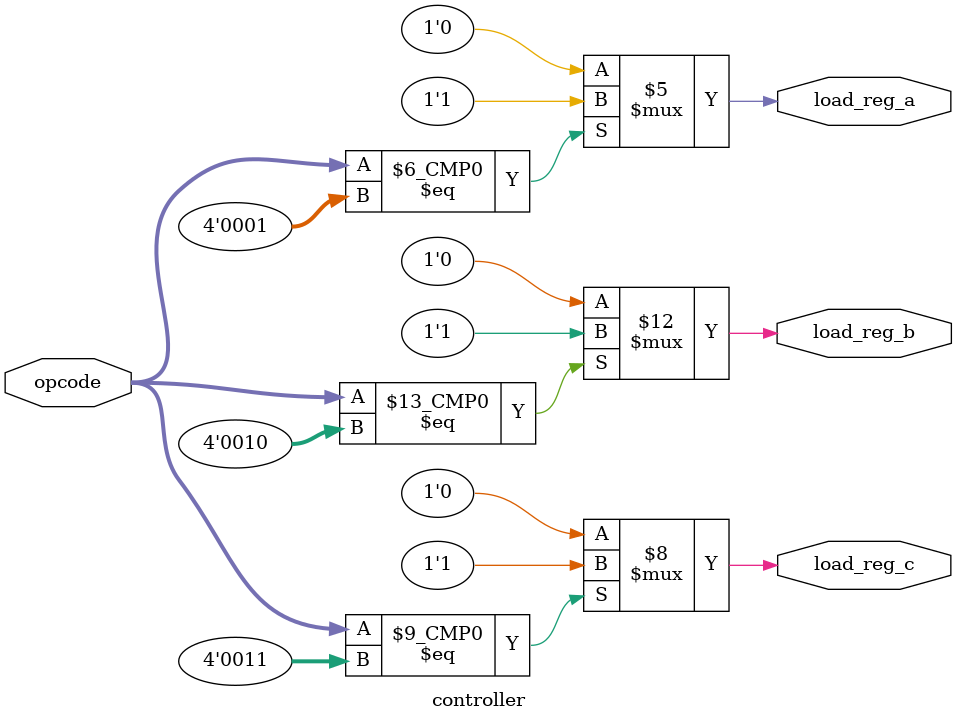
<source format=v>
module controller (
    input  [3:0] opcode,
    output reg load_reg_a,
    output reg load_reg_b,
    output reg load_reg_c
);
    always @(*) begin
        load_reg_a = 0;
        load_reg_b = 0;
        load_reg_c = 0;

        case (opcode)
            4'b0001: load_reg_a = 1;
            4'b0010: load_reg_b = 1;
            4'b0011: load_reg_c = 1;
            default: ;
        endcase
    end
endmodule
</source>
